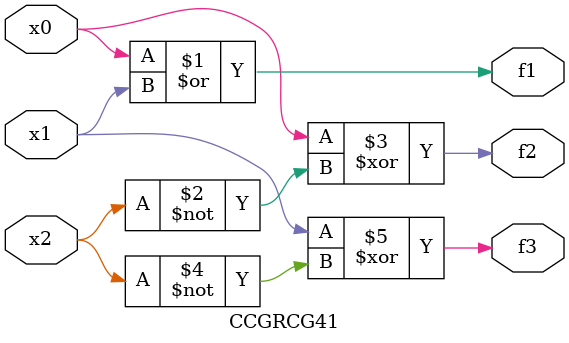
<source format=v>

module CCGRCG41 ( 
    x0, x1, x2,
    f1, f2, f3  );
  input  x0, x1, x2;
  output f1, f2, f3;
  assign f1 = x0 | x1;
  assign f2 = x0 ^ ~x2;
  assign f3 = x1 ^ ~x2;
endmodule



</source>
